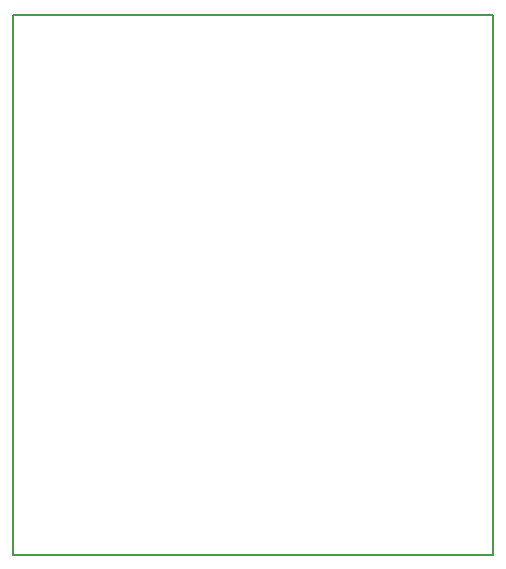
<source format=gbr>
G04 DipTrace Beta 2.3.9.1*
%INBoardOutline.gbr*%
%MOMM*%
%ADD11C,0.14*%
%FSLAX53Y53*%
G04*
G71*
G90*
G75*
G01*
%LNBoardOutline*%
%LPD*%
X10000Y55720D2*
D11*
X50640D1*
Y10000D1*
X10000D1*
Y55720D1*
M02*

</source>
